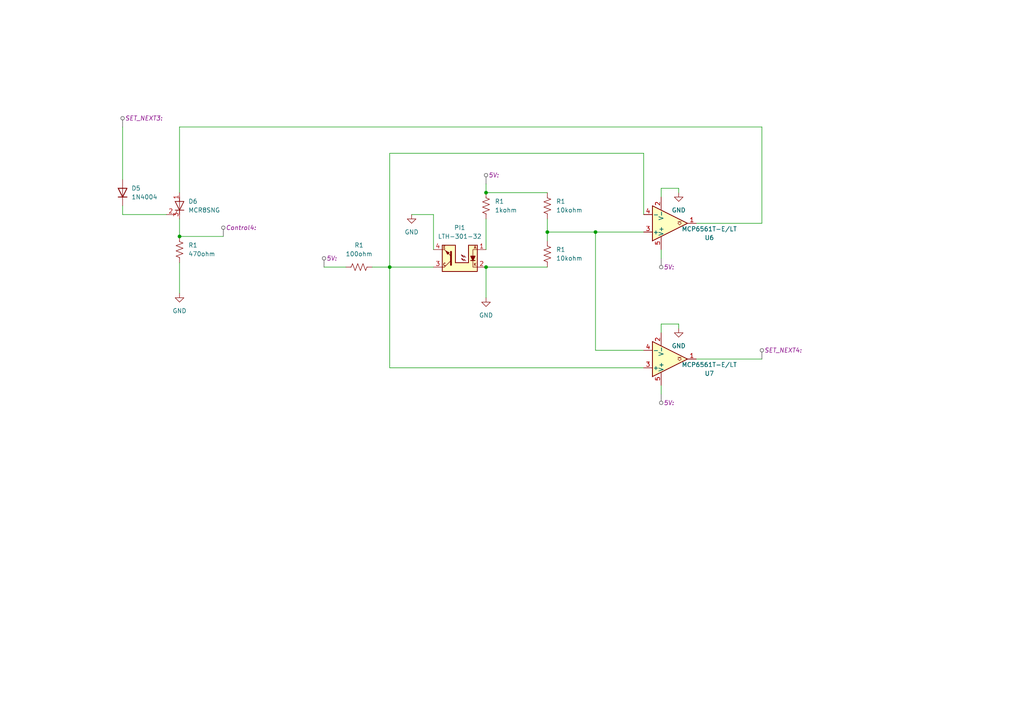
<source format=kicad_sch>
(kicad_sch (version 20230121) (generator eeschema)

  (uuid 7d88c2c0-3e34-400a-a5db-4c5a43ff70dc)

  (paper "A4")

  (title_block
    (title "PCB:C4")
    (date "2023-12-01")
  )

  (lib_symbols
    (symbol "Comparator:MCP6566" (pin_names (offset 0.127)) (in_bom yes) (on_board yes)
      (property "Reference" "U" (at 0 5.08 0)
        (effects (font (size 1.27 1.27)) (justify left))
      )
      (property "Value" "MCP6566" (at 0 -5.08 0)
        (effects (font (size 1.27 1.27)) (justify left))
      )
      (property "Footprint" "" (at 0 -10.16 0)
        (effects (font (size 1.27 1.27)) hide)
      )
      (property "Datasheet" "http://ww1.microchip.com/downloads/en/DeviceDoc/MCP6566-6R-6U-7-9-1.8V-Low-Power-Open-Drain-Output-Comparator-DS20002143G.pdf" (at 0 0 0)
        (effects (font (size 1.27 1.27)) hide)
      )
      (property "ki_keywords" "cmp collector" (at 0 0 0)
        (effects (font (size 1.27 1.27)) hide)
      )
      (property "ki_description" "Single 1.8V Low-Power Open-Drain Output Comparator, SOT-23-5/SC-70" (at 0 0 0)
        (effects (font (size 1.27 1.27)) hide)
      )
      (property "ki_fp_filters" "SOT?23* *SC*70*" (at 0 0 0)
        (effects (font (size 1.27 1.27)) hide)
      )
      (symbol "MCP6566_0_1"
        (polyline
          (pts
            (xy -5.08 5.08)
            (xy 5.08 0)
            (xy -5.08 -5.08)
            (xy -5.08 5.08)
          )
          (stroke (width 0.254) (type default))
          (fill (type background))
        )
        (polyline
          (pts
            (xy 3.302 -0.508)
            (xy 2.794 -0.508)
            (xy 3.302 0)
            (xy 2.794 0.508)
            (xy 2.286 0)
            (xy 2.794 -0.508)
            (xy 2.286 -0.508)
          )
          (stroke (width 0.127) (type default))
          (fill (type none))
        )
        (pin power_in line (at -2.54 -7.62 90) (length 3.81)
          (name "V-" (effects (font (size 1.27 1.27))))
          (number "2" (effects (font (size 1.27 1.27))))
        )
        (pin power_in line (at -2.54 7.62 270) (length 3.81)
          (name "V+" (effects (font (size 1.27 1.27))))
          (number "5" (effects (font (size 1.27 1.27))))
        )
      )
      (symbol "MCP6566_1_1"
        (pin open_collector line (at 7.62 0 180) (length 2.54)
          (name "~" (effects (font (size 1.27 1.27))))
          (number "1" (effects (font (size 1.27 1.27))))
        )
        (pin input line (at -7.62 2.54 0) (length 2.54)
          (name "+" (effects (font (size 1.27 1.27))))
          (number "3" (effects (font (size 1.27 1.27))))
        )
        (pin input line (at -7.62 -2.54 0) (length 2.54)
          (name "-" (effects (font (size 1.27 1.27))))
          (number "4" (effects (font (size 1.27 1.27))))
        )
      )
    )
    (symbol "Device:Q_SCR_AGK" (pin_names (offset 0) hide) (in_bom yes) (on_board yes)
      (property "Reference" "D" (at 1.905 0.635 0)
        (effects (font (size 1.27 1.27)) (justify left))
      )
      (property "Value" "Q_SCR_AGK" (at 1.905 -1.27 0)
        (effects (font (size 1.27 1.27)) (justify left))
      )
      (property "Footprint" "" (at 0 0 90)
        (effects (font (size 1.27 1.27)) hide)
      )
      (property "Datasheet" "~" (at 0 0 90)
        (effects (font (size 1.27 1.27)) hide)
      )
      (property "ki_keywords" "SCR thyristor" (at 0 0 0)
        (effects (font (size 1.27 1.27)) hide)
      )
      (property "ki_description" "Silicon controlled rectifier, anode/gate/cathode" (at 0 0 0)
        (effects (font (size 1.27 1.27)) hide)
      )
      (symbol "Q_SCR_AGK_0_1"
        (polyline
          (pts
            (xy -1.27 -2.54)
            (xy -0.635 -1.27)
          )
          (stroke (width 0) (type default))
          (fill (type none))
        )
        (polyline
          (pts
            (xy -1.27 -1.27)
            (xy 1.27 -1.27)
          )
          (stroke (width 0.2032) (type default))
          (fill (type none))
        )
        (polyline
          (pts
            (xy 0 -2.54)
            (xy 0 2.54)
          )
          (stroke (width 0) (type default))
          (fill (type none))
        )
        (polyline
          (pts
            (xy -1.27 1.27)
            (xy 1.27 1.27)
            (xy 0 -1.27)
            (xy -1.27 1.27)
          )
          (stroke (width 0.2032) (type default))
          (fill (type none))
        )
      )
      (symbol "Q_SCR_AGK_1_1"
        (pin passive line (at 0 3.81 270) (length 2.54)
          (name "A" (effects (font (size 1.27 1.27))))
          (number "1" (effects (font (size 1.27 1.27))))
        )
        (pin input line (at -3.81 -2.54 0) (length 2.54)
          (name "G" (effects (font (size 1.27 1.27))))
          (number "2" (effects (font (size 1.27 1.27))))
        )
        (pin passive line (at 0 -3.81 90) (length 2.54)
          (name "K" (effects (font (size 1.27 1.27))))
          (number "3" (effects (font (size 1.27 1.27))))
        )
      )
    )
    (symbol "Device:R_US" (pin_numbers hide) (pin_names (offset 0)) (in_bom yes) (on_board yes)
      (property "Reference" "R" (at 2.54 0 90)
        (effects (font (size 1.27 1.27)))
      )
      (property "Value" "R_US" (at -2.54 0 90)
        (effects (font (size 1.27 1.27)))
      )
      (property "Footprint" "" (at 1.016 -0.254 90)
        (effects (font (size 1.27 1.27)) hide)
      )
      (property "Datasheet" "~" (at 0 0 0)
        (effects (font (size 1.27 1.27)) hide)
      )
      (property "ki_keywords" "R res resistor" (at 0 0 0)
        (effects (font (size 1.27 1.27)) hide)
      )
      (property "ki_description" "Resistor, US symbol" (at 0 0 0)
        (effects (font (size 1.27 1.27)) hide)
      )
      (property "ki_fp_filters" "R_*" (at 0 0 0)
        (effects (font (size 1.27 1.27)) hide)
      )
      (symbol "R_US_0_1"
        (polyline
          (pts
            (xy 0 -2.286)
            (xy 0 -2.54)
          )
          (stroke (width 0) (type default))
          (fill (type none))
        )
        (polyline
          (pts
            (xy 0 2.286)
            (xy 0 2.54)
          )
          (stroke (width 0) (type default))
          (fill (type none))
        )
        (polyline
          (pts
            (xy 0 -0.762)
            (xy 1.016 -1.143)
            (xy 0 -1.524)
            (xy -1.016 -1.905)
            (xy 0 -2.286)
          )
          (stroke (width 0) (type default))
          (fill (type none))
        )
        (polyline
          (pts
            (xy 0 0.762)
            (xy 1.016 0.381)
            (xy 0 0)
            (xy -1.016 -0.381)
            (xy 0 -0.762)
          )
          (stroke (width 0) (type default))
          (fill (type none))
        )
        (polyline
          (pts
            (xy 0 2.286)
            (xy 1.016 1.905)
            (xy 0 1.524)
            (xy -1.016 1.143)
            (xy 0 0.762)
          )
          (stroke (width 0) (type default))
          (fill (type none))
        )
      )
      (symbol "R_US_1_1"
        (pin passive line (at 0 3.81 270) (length 1.27)
          (name "~" (effects (font (size 1.27 1.27))))
          (number "1" (effects (font (size 1.27 1.27))))
        )
        (pin passive line (at 0 -3.81 90) (length 1.27)
          (name "~" (effects (font (size 1.27 1.27))))
          (number "2" (effects (font (size 1.27 1.27))))
        )
      )
    )
    (symbol "Diode:1N914" (pin_numbers hide) (pin_names hide) (in_bom yes) (on_board yes)
      (property "Reference" "D" (at 0 2.54 0)
        (effects (font (size 1.27 1.27)))
      )
      (property "Value" "1N914" (at 0 -2.54 0)
        (effects (font (size 1.27 1.27)))
      )
      (property "Footprint" "Diode_THT:D_DO-35_SOD27_P7.62mm_Horizontal" (at 0 -4.445 0)
        (effects (font (size 1.27 1.27)) hide)
      )
      (property "Datasheet" "http://www.vishay.com/docs/85622/1n914.pdf" (at 0 0 0)
        (effects (font (size 1.27 1.27)) hide)
      )
      (property "Sim.Device" "D" (at 0 0 0)
        (effects (font (size 1.27 1.27)) hide)
      )
      (property "Sim.Pins" "1=K 2=A" (at 0 0 0)
        (effects (font (size 1.27 1.27)) hide)
      )
      (property "ki_keywords" "diode" (at 0 0 0)
        (effects (font (size 1.27 1.27)) hide)
      )
      (property "ki_description" "100V 0.3A Small Signal Fast Switching Diode, DO-35" (at 0 0 0)
        (effects (font (size 1.27 1.27)) hide)
      )
      (property "ki_fp_filters" "D*DO?35*" (at 0 0 0)
        (effects (font (size 1.27 1.27)) hide)
      )
      (symbol "1N914_0_1"
        (polyline
          (pts
            (xy -1.27 1.27)
            (xy -1.27 -1.27)
          )
          (stroke (width 0.254) (type default))
          (fill (type none))
        )
        (polyline
          (pts
            (xy 1.27 0)
            (xy -1.27 0)
          )
          (stroke (width 0) (type default))
          (fill (type none))
        )
        (polyline
          (pts
            (xy 1.27 1.27)
            (xy 1.27 -1.27)
            (xy -1.27 0)
            (xy 1.27 1.27)
          )
          (stroke (width 0.254) (type default))
          (fill (type none))
        )
      )
      (symbol "1N914_1_1"
        (pin passive line (at -3.81 0 0) (length 2.54)
          (name "K" (effects (font (size 1.27 1.27))))
          (number "1" (effects (font (size 1.27 1.27))))
        )
        (pin passive line (at 3.81 0 180) (length 2.54)
          (name "A" (effects (font (size 1.27 1.27))))
          (number "2" (effects (font (size 1.27 1.27))))
        )
      )
    )
    (symbol "Sensor_Proximity:ITR9608-F" (in_bom yes) (on_board yes)
      (property "Reference" "U" (at -5.08 5.08 0)
        (effects (font (size 1.27 1.27)) (justify left))
      )
      (property "Value" "ITR9608-F" (at 0 -5.08 0)
        (effects (font (size 1.27 1.27)))
      )
      (property "Footprint" "OptoDevice:Everlight_ITR9608-F" (at 0 -6.35 0)
        (effects (font (size 1.27 1.27) italic) hide)
      )
      (property "Datasheet" "https://everlighteurope.com/index.php?controller=attachment&id_attachment=5389" (at -1.27 6.35 0)
        (effects (font (size 1.27 1.27)) hide)
      )
      (property "ki_keywords" "Photointerrupter opto interrupter infrared LED fast response time infrared 940nm 5mm gap" (at 0 0 0)
        (effects (font (size 1.27 1.27)) hide)
      )
      (property "ki_description" "Photointerrupter infrared LED with photo IC, -25 to +85 degree Celsius" (at 0 0 0)
        (effects (font (size 1.27 1.27)) hide)
      )
      (property "ki_fp_filters" "*ITR9608*" (at 0 0 0)
        (effects (font (size 1.27 1.27)) hide)
      )
      (symbol "ITR9608-F_0_0"
        (text "A" (at -4.445 3.175 0)
          (effects (font (size 0.762 0.762)))
        )
        (text "C" (at 4.445 -1.778 0)
          (effects (font (size 0.762 0.762)))
        )
        (text "E" (at 4.445 3.175 0)
          (effects (font (size 0.762 0.762)))
        )
        (text "K" (at -4.445 -1.778 0)
          (effects (font (size 0.762 0.762)))
        )
      )
      (symbol "ITR9608-F_0_1"
        (polyline
          (pts
            (xy -4.445 -0.635)
            (xy -3.175 -0.635)
          )
          (stroke (width 0.254) (type default))
          (fill (type none))
        )
        (polyline
          (pts
            (xy 2.54 -0.635)
            (xy 4.445 -2.54)
          )
          (stroke (width 0) (type default))
          (fill (type none))
        )
        (polyline
          (pts
            (xy 4.445 -2.54)
            (xy 5.08 -2.54)
          )
          (stroke (width 0) (type default))
          (fill (type none))
        )
        (polyline
          (pts
            (xy 4.445 2.54)
            (xy 2.54 0.635)
          )
          (stroke (width 0) (type default))
          (fill (type outline))
        )
        (polyline
          (pts
            (xy 4.445 2.54)
            (xy 5.08 2.54)
          )
          (stroke (width 0) (type default))
          (fill (type none))
        )
        (polyline
          (pts
            (xy -5.08 -2.54)
            (xy -3.81 -2.54)
            (xy -3.81 -0.635)
          )
          (stroke (width 0) (type default))
          (fill (type none))
        )
        (polyline
          (pts
            (xy -5.08 2.54)
            (xy -3.81 2.54)
            (xy -3.81 0.635)
          )
          (stroke (width 0) (type default))
          (fill (type none))
        )
        (polyline
          (pts
            (xy 2.54 -1.905)
            (xy 2.54 1.905)
            (xy 2.54 1.905)
          )
          (stroke (width 0.508) (type default))
          (fill (type none))
        )
        (polyline
          (pts
            (xy -3.81 -0.635)
            (xy -4.445 0.635)
            (xy -3.175 0.635)
            (xy -3.81 -0.635)
          )
          (stroke (width 0.254) (type default))
          (fill (type outline))
        )
        (polyline
          (pts
            (xy -1.778 0.254)
            (xy -1.2446 0.762)
            (xy -1.2446 0.254)
            (xy -0.4826 1.016)
          )
          (stroke (width 0) (type default))
          (fill (type none))
        )
        (polyline
          (pts
            (xy -0.4826 1.016)
            (xy -0.9906 0.762)
            (xy -0.7366 0.508)
            (xy -0.4826 1.016)
          )
          (stroke (width 0) (type default))
          (fill (type none))
        )
        (polyline
          (pts
            (xy 3.048 1.651)
            (xy 3.556 1.143)
            (xy 4.064 2.159)
            (xy 3.048 1.651)
            (xy 3.048 1.651)
          )
          (stroke (width 0) (type default))
          (fill (type outline))
        )
        (polyline
          (pts
            (xy -1.778 -0.762)
            (xy -1.2446 -0.254)
            (xy -1.2446 -0.762)
            (xy -0.4826 0)
            (xy -0.9906 -0.254)
            (xy -0.7366 -0.508)
            (xy -0.4826 0)
          )
          (stroke (width 0) (type default))
          (fill (type none))
        )
        (polyline
          (pts
            (xy -5.08 3.81)
            (xy -5.08 -3.81)
            (xy 5.08 -3.81)
            (xy 5.08 3.81)
            (xy 1.27 3.81)
            (xy 1.27 -1.27)
            (xy -2.54 -1.27)
            (xy -2.54 3.81)
            (xy -5.08 3.81)
          )
          (stroke (width 0.254) (type default))
          (fill (type background))
        )
      )
      (symbol "ITR9608-F_1_1"
        (pin passive line (at -7.62 2.54 0) (length 2.54)
          (name "~" (effects (font (size 1.27 1.27))))
          (number "1" (effects (font (size 1.27 1.27))))
        )
        (pin passive line (at -7.62 -2.54 0) (length 2.54)
          (name "~" (effects (font (size 1.27 1.27))))
          (number "2" (effects (font (size 1.27 1.27))))
        )
        (pin open_collector line (at 7.62 -2.54 180) (length 2.54)
          (name "~" (effects (font (size 1.27 1.27))))
          (number "3" (effects (font (size 1.27 1.27))))
        )
        (pin open_emitter line (at 7.62 2.54 180) (length 2.54)
          (name "~" (effects (font (size 1.27 1.27))))
          (number "4" (effects (font (size 1.27 1.27))))
        )
      )
    )
    (symbol "power:GND" (power) (pin_names (offset 0)) (in_bom yes) (on_board yes)
      (property "Reference" "#PWR" (at 0 -6.35 0)
        (effects (font (size 1.27 1.27)) hide)
      )
      (property "Value" "GND" (at 0 -3.81 0)
        (effects (font (size 1.27 1.27)))
      )
      (property "Footprint" "" (at 0 0 0)
        (effects (font (size 1.27 1.27)) hide)
      )
      (property "Datasheet" "" (at 0 0 0)
        (effects (font (size 1.27 1.27)) hide)
      )
      (property "ki_keywords" "global power" (at 0 0 0)
        (effects (font (size 1.27 1.27)) hide)
      )
      (property "ki_description" "Power symbol creates a global label with name \"GND\" , ground" (at 0 0 0)
        (effects (font (size 1.27 1.27)) hide)
      )
      (symbol "GND_0_1"
        (polyline
          (pts
            (xy 0 0)
            (xy 0 -1.27)
            (xy 1.27 -1.27)
            (xy 0 -2.54)
            (xy -1.27 -1.27)
            (xy 0 -1.27)
          )
          (stroke (width 0) (type default))
          (fill (type none))
        )
      )
      (symbol "GND_1_1"
        (pin power_in line (at 0 0 270) (length 0) hide
          (name "GND" (effects (font (size 1.27 1.27))))
          (number "1" (effects (font (size 1.27 1.27))))
        )
      )
    )
  )

  (junction (at 172.72 67.31) (diameter 0) (color 0 0 0 0)
    (uuid 0722af57-b2b6-4416-b151-6c5bbbe0c79f)
  )
  (junction (at 140.97 55.88) (diameter 0) (color 0 0 0 0)
    (uuid 0dbaea39-d012-412a-97f1-8fa1ba6d2723)
  )
  (junction (at 52.07 68.58) (diameter 0) (color 0 0 0 0)
    (uuid 81f1f270-b03e-4b9e-bdc2-9590d4f7d145)
  )
  (junction (at 158.75 67.31) (diameter 0) (color 0 0 0 0)
    (uuid a4b8fd2c-d4af-4f4a-9f20-9e8ed12be6be)
  )
  (junction (at 113.03 77.47) (diameter 0) (color 0 0 0 0)
    (uuid c7e0bd8b-f3b1-442b-8579-df8a58de3532)
  )
  (junction (at 140.97 77.47) (diameter 0) (color 0 0 0 0)
    (uuid da99e6b2-4ecb-478b-a6b1-e03f7f9bdcb0)
  )

  (wire (pts (xy 113.03 44.45) (xy 113.03 77.47))
    (stroke (width 0) (type default))
    (uuid 09e3d4aa-f1eb-48b2-89f7-3e9e7c1b3b5d)
  )
  (wire (pts (xy 191.77 93.98) (xy 191.77 96.52))
    (stroke (width 0) (type default))
    (uuid 0e1b9b56-ee90-4a9e-b552-ec51df1b2c45)
  )
  (wire (pts (xy 201.93 64.77) (xy 220.98 64.77))
    (stroke (width 0) (type default))
    (uuid 112060a3-3463-4438-9bef-d6ce547a8b02)
  )
  (wire (pts (xy 172.72 67.31) (xy 158.75 67.31))
    (stroke (width 0) (type default))
    (uuid 119c64cf-bec8-4f6e-b472-1ce3af15c252)
  )
  (wire (pts (xy 186.69 44.45) (xy 113.03 44.45))
    (stroke (width 0) (type default))
    (uuid 1ce430be-c6ce-4f97-98e7-c980d20c230a)
  )
  (wire (pts (xy 220.98 36.83) (xy 52.07 36.83))
    (stroke (width 0) (type default))
    (uuid 2618d614-fd54-4d75-a3ba-c9901ef18e22)
  )
  (wire (pts (xy 201.93 104.14) (xy 220.98 104.14))
    (stroke (width 0) (type default))
    (uuid 2c81ffc9-d33c-444b-a067-4196db31fb60)
  )
  (wire (pts (xy 140.97 77.47) (xy 140.97 86.36))
    (stroke (width 0) (type default))
    (uuid 2f6b8fdf-cadc-43ee-8743-66f326a29f43)
  )
  (wire (pts (xy 64.77 68.58) (xy 52.07 68.58))
    (stroke (width 0) (type default))
    (uuid 307b6187-2dfa-4c8e-9ae2-407d0e9729cd)
  )
  (wire (pts (xy 196.85 95.25) (xy 196.85 93.98))
    (stroke (width 0) (type default))
    (uuid 30b825ab-ee83-43dc-aaab-b10fc8503663)
  )
  (wire (pts (xy 107.95 77.47) (xy 113.03 77.47))
    (stroke (width 0) (type default))
    (uuid 36240fbe-246a-456e-9edf-2d72d15bdd97)
  )
  (wire (pts (xy 113.03 77.47) (xy 113.03 106.68))
    (stroke (width 0) (type default))
    (uuid 423ee478-01d7-4861-8ccf-c625e542e46a)
  )
  (wire (pts (xy 186.69 106.68) (xy 113.03 106.68))
    (stroke (width 0) (type default))
    (uuid 4f93e8d7-0e8b-4012-bc8e-8612a4c9a621)
  )
  (wire (pts (xy 140.97 53.34) (xy 140.97 55.88))
    (stroke (width 0) (type default))
    (uuid 500a3881-8184-4d9f-b18e-7d52c2d1a316)
  )
  (wire (pts (xy 191.77 74.93) (xy 191.77 72.39))
    (stroke (width 0) (type default))
    (uuid 5edb9b15-fc29-42f2-afa7-1d9c864f9b97)
  )
  (wire (pts (xy 93.98 77.47) (xy 100.33 77.47))
    (stroke (width 0) (type default))
    (uuid 6a65876c-0602-4ee9-9053-f5e45379fb9b)
  )
  (wire (pts (xy 140.97 55.88) (xy 158.75 55.88))
    (stroke (width 0) (type default))
    (uuid 6e8fbb8e-c518-44b9-a802-20b573b4f589)
  )
  (wire (pts (xy 191.77 114.3) (xy 191.77 111.76))
    (stroke (width 0) (type default))
    (uuid 6f3a999e-3d45-49f9-b601-fd7d13a40919)
  )
  (wire (pts (xy 52.07 76.2) (xy 52.07 85.09))
    (stroke (width 0) (type default))
    (uuid 826f5204-b3e7-4d83-871d-cf29358c1d15)
  )
  (wire (pts (xy 172.72 67.31) (xy 172.72 101.6))
    (stroke (width 0) (type default))
    (uuid 8d784e32-c9e4-46a6-a07e-541ad7340ed8)
  )
  (wire (pts (xy 191.77 54.61) (xy 191.77 57.15))
    (stroke (width 0) (type default))
    (uuid 923ddb72-8f9a-46ea-ac1a-e7c8e10f8147)
  )
  (wire (pts (xy 172.72 101.6) (xy 186.69 101.6))
    (stroke (width 0) (type default))
    (uuid 93164e81-162c-4a54-b17b-708a4af240e2)
  )
  (wire (pts (xy 140.97 63.5) (xy 140.97 72.39))
    (stroke (width 0) (type default))
    (uuid 9931557a-1b31-4499-b7db-3d0bce95ff3a)
  )
  (wire (pts (xy 186.69 62.23) (xy 186.69 44.45))
    (stroke (width 0) (type default))
    (uuid a2c497b3-98c2-4077-8fa3-89541b024a84)
  )
  (wire (pts (xy 220.98 64.77) (xy 220.98 36.83))
    (stroke (width 0) (type default))
    (uuid aa74a305-29de-4f9d-a10e-4c56ea916949)
  )
  (wire (pts (xy 125.73 72.39) (xy 125.73 62.23))
    (stroke (width 0) (type default))
    (uuid b04987a4-89b7-46b2-9fe2-ac91c866aaff)
  )
  (wire (pts (xy 35.56 52.07) (xy 35.56 36.83))
    (stroke (width 0) (type default))
    (uuid b16ad978-4e0f-4dac-bb87-407d559c5c09)
  )
  (wire (pts (xy 48.26 62.23) (xy 35.56 62.23))
    (stroke (width 0) (type default))
    (uuid b7bc03d5-6215-4606-b3d9-7c21bb336f51)
  )
  (wire (pts (xy 52.07 63.5) (xy 52.07 68.58))
    (stroke (width 0) (type default))
    (uuid be180094-d0cb-4625-bbd9-48530f257546)
  )
  (wire (pts (xy 196.85 55.88) (xy 196.85 54.61))
    (stroke (width 0) (type default))
    (uuid c5c4d27e-9ea2-4b56-8f3a-d93f091c9d53)
  )
  (wire (pts (xy 158.75 63.5) (xy 158.75 67.31))
    (stroke (width 0) (type default))
    (uuid c7778f40-9ad7-45f5-b7af-fbb97749b41e)
  )
  (wire (pts (xy 35.56 59.69) (xy 35.56 62.23))
    (stroke (width 0) (type default))
    (uuid cccca803-c1eb-4fdf-b286-042177210285)
  )
  (wire (pts (xy 196.85 93.98) (xy 191.77 93.98))
    (stroke (width 0) (type default))
    (uuid d0190511-0d3f-4b68-90eb-0852247b7c5c)
  )
  (wire (pts (xy 125.73 62.23) (xy 119.38 62.23))
    (stroke (width 0) (type default))
    (uuid d40e6631-0345-4a7e-9cfe-6bbca6b90b13)
  )
  (wire (pts (xy 186.69 67.31) (xy 172.72 67.31))
    (stroke (width 0) (type default))
    (uuid ddf35e57-01e9-4f23-92c1-4b9329e40a24)
  )
  (wire (pts (xy 158.75 77.47) (xy 140.97 77.47))
    (stroke (width 0) (type default))
    (uuid e664f73e-3bb9-4c79-90e9-b42f2e463bce)
  )
  (wire (pts (xy 113.03 77.47) (xy 125.73 77.47))
    (stroke (width 0) (type default))
    (uuid f66f018f-19f9-46c4-a724-41c6828ea912)
  )
  (wire (pts (xy 52.07 36.83) (xy 52.07 55.88))
    (stroke (width 0) (type default))
    (uuid faeb31bd-8909-46bb-a598-d54c07ba4556)
  )
  (wire (pts (xy 158.75 67.31) (xy 158.75 69.85))
    (stroke (width 0) (type default))
    (uuid fb249053-789c-42ec-b45e-2f0dd6428feb)
  )
  (wire (pts (xy 196.85 54.61) (xy 191.77 54.61))
    (stroke (width 0) (type default))
    (uuid ff3b0fb8-8033-4706-a893-950ab4e1aa2c)
  )

  (netclass_flag "" (length 2.54) (shape round) (at 64.77 68.58 0) (fields_autoplaced)
    (effects (font (size 1.27 1.27)) (justify left bottom))
    (uuid 2e72e5bd-f144-4650-bcc4-73008736121b)
    (property "Control4" "" (at 65.4685 66.04 0) (show_name)
      (effects (font (size 1.27 1.27) italic) (justify left))
    )
  )
  (netclass_flag "" (length 2.54) (shape round) (at 191.77 74.93 180) (fields_autoplaced)
    (effects (font (size 1.27 1.27)) (justify right bottom))
    (uuid 317eca02-bfd8-4721-8f51-cc2356b7beec)
    (property "5V" "" (at 192.4685 77.47 0) (show_name)
      (effects (font (size 1.27 1.27) italic) (justify left))
    )
  )
  (netclass_flag "" (length 2.54) (shape round) (at 191.77 114.3 180) (fields_autoplaced)
    (effects (font (size 1.27 1.27)) (justify right bottom))
    (uuid 3b4e92d5-1234-442d-93bf-e4dd69f31841)
    (property "5V" "" (at 192.4685 116.84 0) (show_name)
      (effects (font (size 1.27 1.27) italic) (justify left))
    )
  )
  (netclass_flag "" (length 2.54) (shape round) (at 93.98 77.47 0) (fields_autoplaced)
    (effects (font (size 1.27 1.27)) (justify left bottom))
    (uuid 482bf412-de54-4656-bb79-3c9b11b9341d)
    (property "5V" "" (at 94.6785 74.93 0) (show_name)
      (effects (font (size 1.27 1.27) italic) (justify left))
    )
  )
  (netclass_flag "" (length 2.54) (shape round) (at 220.98 104.14 0) (fields_autoplaced)
    (effects (font (size 1.27 1.27)) (justify left bottom))
    (uuid 6e5f2b4e-74e2-4546-ad72-8397bc36b4f2)
    (property "SET_NEXT4" "" (at 221.6785 101.6 0) (show_name)
      (effects (font (size 1.27 1.27) italic) (justify left))
    )
  )
  (netclass_flag "" (length 2.54) (shape round) (at 140.97 53.34 0) (fields_autoplaced)
    (effects (font (size 1.27 1.27)) (justify left bottom))
    (uuid e829894f-dc1f-4d63-b16f-371936e25d0a)
    (property "5V" "" (at 141.6685 50.8 0) (show_name)
      (effects (font (size 1.27 1.27) italic) (justify left))
    )
  )
  (netclass_flag "" (length 2.54) (shape round) (at 35.56 36.83 0) (fields_autoplaced)
    (effects (font (size 1.27 1.27)) (justify left bottom))
    (uuid ecac4cf5-3d98-4f2c-997e-07a22fa9ed7d)
    (property "SET_NEXT3" "" (at 36.2585 34.29 0) (show_name)
      (effects (font (size 1.27 1.27) italic) (justify left))
    )
  )

  (symbol (lib_id "Device:R_US") (at 104.14 77.47 90) (unit 1)
    (in_bom yes) (on_board yes) (dnp no) (fields_autoplaced)
    (uuid 01311155-1caa-49be-a001-7c1ca8204653)
    (property "Reference" "R1" (at 104.14 71.12 90)
      (effects (font (size 1.27 1.27)))
    )
    (property "Value" "100ohm" (at 104.14 73.66 90)
      (effects (font (size 1.27 1.27)))
    )
    (property "Footprint" "" (at 104.394 76.454 90)
      (effects (font (size 1.27 1.27)) hide)
    )
    (property "Datasheet" "~" (at 104.14 77.47 0)
      (effects (font (size 1.27 1.27)) hide)
    )
    (pin "2" (uuid 24b01638-0afa-437c-97a0-352995967740))
    (pin "1" (uuid b4f71cba-b647-4b37-9a0e-bd1451e60f99))
    (instances
      (project "Schem1"
        (path "/911b5eb8-7b6c-425b-b090-765c473021df"
          (reference "R1") (unit 1)
        )
        (path "/911b5eb8-7b6c-425b-b090-765c473021df/89303584-90b3-4284-9cfe-6f4b21b3b21a"
          (reference "R10") (unit 1)
        )
        (path "/911b5eb8-7b6c-425b-b090-765c473021df/b373f443-bd5b-4968-bed5-084cb3ea84d6"
          (reference "R13") (unit 1)
        )
        (path "/911b5eb8-7b6c-425b-b090-765c473021df/e431f874-6935-46ad-a10a-9f993e30c3c5"
          (reference "R18") (unit 1)
        )
        (path "/911b5eb8-7b6c-425b-b090-765c473021df/9acc385a-d3a5-4fae-b0ed-cb442c2ec79b"
          (reference "R23") (unit 1)
        )
      )
    )
  )

  (symbol (lib_id "Comparator:MCP6566") (at 194.31 104.14 0) (mirror x) (unit 1)
    (in_bom yes) (on_board yes) (dnp no) (fields_autoplaced)
    (uuid 061afd84-3b25-4b6d-8e99-bfce2896d1f0)
    (property "Reference" "U7" (at 205.74 108.3309 0)
      (effects (font (size 1.27 1.27)))
    )
    (property "Value" "MCP6561T-E/LT" (at 205.74 105.7909 0)
      (effects (font (size 1.27 1.27)))
    )
    (property "Footprint" "" (at 194.31 93.98 0)
      (effects (font (size 1.27 1.27)) hide)
    )
    (property "Datasheet" "https://ww1.microchip.com/downloads/en/DeviceDoc/MCP6561-1R-1U-2-4-1.8V-Low-Power-Push-Pull-Output-Comparator-DS20002139E.pdf" (at 194.31 104.14 0)
      (effects (font (size 1.27 1.27)) hide)
    )
    (pin "5" (uuid b73e2a8d-8315-4579-871d-9e2aa5ede896))
    (pin "4" (uuid 489aeb6a-28e4-4772-a051-643956de7ac4))
    (pin "1" (uuid 21f4dea7-3a31-4137-81ab-825f6793b765))
    (pin "2" (uuid 2dafb42b-2acd-4bbe-b5b0-9fa52acaf36b))
    (pin "3" (uuid 1b56b48d-d30d-44ea-bc91-fb12ccaa0dc0))
    (instances
      (project "Schem1"
        (path "/911b5eb8-7b6c-425b-b090-765c473021df/89303584-90b3-4284-9cfe-6f4b21b3b21a"
          (reference "U7") (unit 1)
        )
        (path "/911b5eb8-7b6c-425b-b090-765c473021df/b373f443-bd5b-4968-bed5-084cb3ea84d6"
          (reference "U9") (unit 1)
        )
        (path "/911b5eb8-7b6c-425b-b090-765c473021df/e431f874-6935-46ad-a10a-9f993e30c3c5"
          (reference "U11") (unit 1)
        )
        (path "/911b5eb8-7b6c-425b-b090-765c473021df/9acc385a-d3a5-4fae-b0ed-cb442c2ec79b"
          (reference "U13") (unit 1)
        )
      )
    )
  )

  (symbol (lib_id "power:GND") (at 119.38 62.23 0) (unit 1)
    (in_bom yes) (on_board yes) (dnp no) (fields_autoplaced)
    (uuid 09d9e75d-c059-4a13-b67c-6b73be65982e)
    (property "Reference" "#PWR013" (at 119.38 68.58 0)
      (effects (font (size 1.27 1.27)) hide)
    )
    (property "Value" "GND" (at 119.38 67.31 0)
      (effects (font (size 1.27 1.27)))
    )
    (property "Footprint" "" (at 119.38 62.23 0)
      (effects (font (size 1.27 1.27)) hide)
    )
    (property "Datasheet" "" (at 119.38 62.23 0)
      (effects (font (size 1.27 1.27)) hide)
    )
    (pin "1" (uuid 86996851-33db-4a16-830e-2e6a20f3743a))
    (instances
      (project "Schem1"
        (path "/911b5eb8-7b6c-425b-b090-765c473021df/89303584-90b3-4284-9cfe-6f4b21b3b21a"
          (reference "#PWR013") (unit 1)
        )
        (path "/911b5eb8-7b6c-425b-b090-765c473021df/b373f443-bd5b-4968-bed5-084cb3ea84d6"
          (reference "#PWR015") (unit 1)
        )
        (path "/911b5eb8-7b6c-425b-b090-765c473021df/e431f874-6935-46ad-a10a-9f993e30c3c5"
          (reference "#PWR020") (unit 1)
        )
        (path "/911b5eb8-7b6c-425b-b090-765c473021df/9acc385a-d3a5-4fae-b0ed-cb442c2ec79b"
          (reference "#PWR025") (unit 1)
        )
      )
    )
  )

  (symbol (lib_id "Device:R_US") (at 52.07 72.39 0) (unit 1)
    (in_bom yes) (on_board yes) (dnp no) (fields_autoplaced)
    (uuid 11c45c9d-fb21-4f02-ae61-dd1bfd0235ab)
    (property "Reference" "R1" (at 54.61 71.12 0)
      (effects (font (size 1.27 1.27)) (justify left))
    )
    (property "Value" "470ohm" (at 54.61 73.66 0)
      (effects (font (size 1.27 1.27)) (justify left))
    )
    (property "Footprint" "" (at 53.086 72.644 90)
      (effects (font (size 1.27 1.27)) hide)
    )
    (property "Datasheet" "~" (at 52.07 72.39 0)
      (effects (font (size 1.27 1.27)) hide)
    )
    (pin "2" (uuid d786ae7b-6289-413e-96f4-b9bd7fc43f62))
    (pin "1" (uuid 1f787cac-c7e9-4038-8439-b6f95ecf2020))
    (instances
      (project "Schem1"
        (path "/911b5eb8-7b6c-425b-b090-765c473021df"
          (reference "R1") (unit 1)
        )
        (path "/911b5eb8-7b6c-425b-b090-765c473021df/89303584-90b3-4284-9cfe-6f4b21b3b21a"
          (reference "R11") (unit 1)
        )
        (path "/911b5eb8-7b6c-425b-b090-765c473021df/b373f443-bd5b-4968-bed5-084cb3ea84d6"
          (reference "R12") (unit 1)
        )
        (path "/911b5eb8-7b6c-425b-b090-765c473021df/e431f874-6935-46ad-a10a-9f993e30c3c5"
          (reference "R17") (unit 1)
        )
        (path "/911b5eb8-7b6c-425b-b090-765c473021df/9acc385a-d3a5-4fae-b0ed-cb442c2ec79b"
          (reference "R22") (unit 1)
        )
      )
    )
  )

  (symbol (lib_id "Sensor_Proximity:ITR9608-F") (at 133.35 74.93 0) (mirror y) (unit 1)
    (in_bom yes) (on_board yes) (dnp no)
    (uuid 1f4c2937-fa59-49d7-ab38-bde3445a9398)
    (property "Reference" "PI1" (at 133.35 66.04 0)
      (effects (font (size 1.27 1.27)))
    )
    (property "Value" "LTH-301-32" (at 133.35 68.58 0)
      (effects (font (size 1.27 1.27)))
    )
    (property "Footprint" "" (at 133.35 81.28 0)
      (effects (font (size 1.27 1.27) italic) hide)
    )
    (property "Datasheet" "" (at 134.62 68.58 0)
      (effects (font (size 1.27 1.27)) hide)
    )
    (pin "2" (uuid 3217a859-c90d-4d5b-9f52-8e1b089157a9))
    (pin "3" (uuid 9b31d463-3730-42f0-acf3-7c4eca86408b))
    (pin "4" (uuid 50a28325-4aa5-4c6d-a616-66e970b37a97))
    (pin "1" (uuid 8c72f673-3066-4590-9cf9-0f61d53bc8cd))
    (instances
      (project "Schem1"
        (path "/911b5eb8-7b6c-425b-b090-765c473021df"
          (reference "PI1") (unit 1)
        )
        (path "/911b5eb8-7b6c-425b-b090-765c473021df/89303584-90b3-4284-9cfe-6f4b21b3b21a"
          (reference "PI1") (unit 1)
        )
        (path "/911b5eb8-7b6c-425b-b090-765c473021df/b373f443-bd5b-4968-bed5-084cb3ea84d6"
          (reference "PI2") (unit 1)
        )
        (path "/911b5eb8-7b6c-425b-b090-765c473021df/e431f874-6935-46ad-a10a-9f993e30c3c5"
          (reference "PI3") (unit 1)
        )
        (path "/911b5eb8-7b6c-425b-b090-765c473021df/9acc385a-d3a5-4fae-b0ed-cb442c2ec79b"
          (reference "PI4") (unit 1)
        )
      )
    )
  )

  (symbol (lib_id "power:GND") (at 196.85 95.25 0) (unit 1)
    (in_bom yes) (on_board yes) (dnp no)
    (uuid 294bf642-939b-4091-9f5c-d5f17fa8bee9)
    (property "Reference" "#PWR011" (at 196.85 101.6 0)
      (effects (font (size 1.27 1.27)) hide)
    )
    (property "Value" "GND" (at 196.85 100.33 0)
      (effects (font (size 1.27 1.27)))
    )
    (property "Footprint" "" (at 196.85 95.25 0)
      (effects (font (size 1.27 1.27)) hide)
    )
    (property "Datasheet" "" (at 196.85 95.25 0)
      (effects (font (size 1.27 1.27)) hide)
    )
    (pin "1" (uuid df7ff3a4-e041-49e8-82dd-008a894090f9))
    (instances
      (project "Schem1"
        (path "/911b5eb8-7b6c-425b-b090-765c473021df/89303584-90b3-4284-9cfe-6f4b21b3b21a"
          (reference "#PWR011") (unit 1)
        )
        (path "/911b5eb8-7b6c-425b-b090-765c473021df/b373f443-bd5b-4968-bed5-084cb3ea84d6"
          (reference "#PWR018") (unit 1)
        )
        (path "/911b5eb8-7b6c-425b-b090-765c473021df/e431f874-6935-46ad-a10a-9f993e30c3c5"
          (reference "#PWR023") (unit 1)
        )
        (path "/911b5eb8-7b6c-425b-b090-765c473021df/9acc385a-d3a5-4fae-b0ed-cb442c2ec79b"
          (reference "#PWR028") (unit 1)
        )
      )
    )
  )

  (symbol (lib_id "Device:Q_SCR_AGK") (at 52.07 59.69 0) (unit 1)
    (in_bom yes) (on_board yes) (dnp no) (fields_autoplaced)
    (uuid 3beaee09-62e3-4b51-91d5-d7028d2e2894)
    (property "Reference" "D6" (at 54.61 58.42 0)
      (effects (font (size 1.27 1.27)) (justify left))
    )
    (property "Value" "MCR8SNG" (at 54.61 60.96 0)
      (effects (font (size 1.27 1.27)) (justify left))
    )
    (property "Footprint" "" (at 52.07 59.69 90)
      (effects (font (size 1.27 1.27)) hide)
    )
    (property "Datasheet" "~" (at 52.07 59.69 90)
      (effects (font (size 1.27 1.27)) hide)
    )
    (pin "2" (uuid f21ac498-f4f1-4594-ab62-46465d2ae5d1))
    (pin "1" (uuid e62764e9-1c30-429b-bd4b-638ee6cfcc74))
    (pin "3" (uuid 408f45b5-26c3-4d17-8e9b-2a250dffba64))
    (instances
      (project "Schem1"
        (path "/911b5eb8-7b6c-425b-b090-765c473021df/89303584-90b3-4284-9cfe-6f4b21b3b21a"
          (reference "D6") (unit 1)
        )
        (path "/911b5eb8-7b6c-425b-b090-765c473021df/b373f443-bd5b-4968-bed5-084cb3ea84d6"
          (reference "D9") (unit 1)
        )
        (path "/911b5eb8-7b6c-425b-b090-765c473021df/e431f874-6935-46ad-a10a-9f993e30c3c5"
          (reference "D11") (unit 1)
        )
        (path "/911b5eb8-7b6c-425b-b090-765c473021df/9acc385a-d3a5-4fae-b0ed-cb442c2ec79b"
          (reference "D13") (unit 1)
        )
      )
    )
  )

  (symbol (lib_id "Device:R_US") (at 158.75 59.69 0) (unit 1)
    (in_bom yes) (on_board yes) (dnp no) (fields_autoplaced)
    (uuid 4209eadb-8e4f-4774-9d8c-0f527472003f)
    (property "Reference" "R1" (at 161.29 58.42 0)
      (effects (font (size 1.27 1.27)) (justify left))
    )
    (property "Value" "10kohm" (at 161.29 60.96 0)
      (effects (font (size 1.27 1.27)) (justify left))
    )
    (property "Footprint" "" (at 159.766 59.944 90)
      (effects (font (size 1.27 1.27)) hide)
    )
    (property "Datasheet" "~" (at 158.75 59.69 0)
      (effects (font (size 1.27 1.27)) hide)
    )
    (pin "2" (uuid f0b899cc-014b-408a-9570-36d6614ae49e))
    (pin "1" (uuid 1afa2e66-ce4d-49d8-ae48-079180a1924d))
    (instances
      (project "Schem1"
        (path "/911b5eb8-7b6c-425b-b090-765c473021df"
          (reference "R1") (unit 1)
        )
        (path "/911b5eb8-7b6c-425b-b090-765c473021df/89303584-90b3-4284-9cfe-6f4b21b3b21a"
          (reference "R8") (unit 1)
        )
        (path "/911b5eb8-7b6c-425b-b090-765c473021df/b373f443-bd5b-4968-bed5-084cb3ea84d6"
          (reference "R15") (unit 1)
        )
        (path "/911b5eb8-7b6c-425b-b090-765c473021df/e431f874-6935-46ad-a10a-9f993e30c3c5"
          (reference "R20") (unit 1)
        )
        (path "/911b5eb8-7b6c-425b-b090-765c473021df/9acc385a-d3a5-4fae-b0ed-cb442c2ec79b"
          (reference "R25") (unit 1)
        )
      )
    )
  )

  (symbol (lib_id "Device:R_US") (at 158.75 73.66 0) (unit 1)
    (in_bom yes) (on_board yes) (dnp no) (fields_autoplaced)
    (uuid 85b179dc-559f-468c-8c1f-0f5b86801e40)
    (property "Reference" "R1" (at 161.29 72.39 0)
      (effects (font (size 1.27 1.27)) (justify left))
    )
    (property "Value" "10kohm" (at 161.29 74.93 0)
      (effects (font (size 1.27 1.27)) (justify left))
    )
    (property "Footprint" "" (at 159.766 73.914 90)
      (effects (font (size 1.27 1.27)) hide)
    )
    (property "Datasheet" "~" (at 158.75 73.66 0)
      (effects (font (size 1.27 1.27)) hide)
    )
    (pin "2" (uuid b69c179a-3c95-4d65-9246-f1a93c675fa8))
    (pin "1" (uuid a5b4db18-8c78-4b3e-94d2-b1024172178b))
    (instances
      (project "Schem1"
        (path "/911b5eb8-7b6c-425b-b090-765c473021df"
          (reference "R1") (unit 1)
        )
        (path "/911b5eb8-7b6c-425b-b090-765c473021df/89303584-90b3-4284-9cfe-6f4b21b3b21a"
          (reference "R9") (unit 1)
        )
        (path "/911b5eb8-7b6c-425b-b090-765c473021df/b373f443-bd5b-4968-bed5-084cb3ea84d6"
          (reference "R16") (unit 1)
        )
        (path "/911b5eb8-7b6c-425b-b090-765c473021df/e431f874-6935-46ad-a10a-9f993e30c3c5"
          (reference "R21") (unit 1)
        )
        (path "/911b5eb8-7b6c-425b-b090-765c473021df/9acc385a-d3a5-4fae-b0ed-cb442c2ec79b"
          (reference "R26") (unit 1)
        )
      )
    )
  )

  (symbol (lib_id "Comparator:MCP6566") (at 194.31 64.77 0) (mirror x) (unit 1)
    (in_bom yes) (on_board yes) (dnp no) (fields_autoplaced)
    (uuid 9a0f9b53-2e30-4ec8-bb8f-35b5d027ad53)
    (property "Reference" "U6" (at 205.74 68.9609 0)
      (effects (font (size 1.27 1.27)))
    )
    (property "Value" "MCP6561T-E/LT" (at 205.74 66.4209 0)
      (effects (font (size 1.27 1.27)))
    )
    (property "Footprint" "" (at 194.31 54.61 0)
      (effects (font (size 1.27 1.27)) hide)
    )
    (property "Datasheet" "https://ww1.microchip.com/downloads/en/DeviceDoc/MCP6561-1R-1U-2-4-1.8V-Low-Power-Push-Pull-Output-Comparator-DS20002139E.pdf" (at 194.31 64.77 0)
      (effects (font (size 1.27 1.27)) hide)
    )
    (pin "5" (uuid 79e34d11-d95d-40b0-b3f0-dd52b07c449c))
    (pin "4" (uuid d948ca94-9a48-4a38-bc59-b9a14b620fad))
    (pin "1" (uuid 93d8a0ad-7882-43a0-b383-99742c66a95b))
    (pin "2" (uuid a67a1e14-9e08-4089-95cf-567bcb76820e))
    (pin "3" (uuid 20e15bc3-da12-4fa2-8d6e-2e0c602f34bb))
    (instances
      (project "Schem1"
        (path "/911b5eb8-7b6c-425b-b090-765c473021df/89303584-90b3-4284-9cfe-6f4b21b3b21a"
          (reference "U6") (unit 1)
        )
        (path "/911b5eb8-7b6c-425b-b090-765c473021df/b373f443-bd5b-4968-bed5-084cb3ea84d6"
          (reference "U8") (unit 1)
        )
        (path "/911b5eb8-7b6c-425b-b090-765c473021df/e431f874-6935-46ad-a10a-9f993e30c3c5"
          (reference "U10") (unit 1)
        )
        (path "/911b5eb8-7b6c-425b-b090-765c473021df/9acc385a-d3a5-4fae-b0ed-cb442c2ec79b"
          (reference "U12") (unit 1)
        )
      )
    )
  )

  (symbol (lib_id "Diode:1N914") (at 35.56 55.88 90) (unit 1)
    (in_bom yes) (on_board yes) (dnp no) (fields_autoplaced)
    (uuid 9bfc9c3a-1b74-4068-8a6a-6f887e1a7aa4)
    (property "Reference" "D5" (at 38.1 54.61 90)
      (effects (font (size 1.27 1.27)) (justify right))
    )
    (property "Value" "1N4004" (at 38.1 57.15 90)
      (effects (font (size 1.27 1.27)) (justify right))
    )
    (property "Footprint" "Diode_THT:D_DO-35_SOD27_P7.62mm_Horizontal" (at 40.005 55.88 0)
      (effects (font (size 1.27 1.27)) hide)
    )
    (property "Datasheet" "http://www.vishay.com/docs/85622/1n914.pdf" (at 35.56 55.88 0)
      (effects (font (size 1.27 1.27)) hide)
    )
    (property "Sim.Device" "D" (at 35.56 55.88 0)
      (effects (font (size 1.27 1.27)) hide)
    )
    (property "Sim.Pins" "1=K 2=A" (at 35.56 55.88 0)
      (effects (font (size 1.27 1.27)) hide)
    )
    (pin "2" (uuid af21eb5a-d506-4d01-a3b9-8db20b5f8c2a))
    (pin "1" (uuid 7f37d72c-5016-4117-bce5-5e228e869a4a))
    (instances
      (project "Schem1"
        (path "/911b5eb8-7b6c-425b-b090-765c473021df"
          (reference "D5") (unit 1)
        )
        (path "/911b5eb8-7b6c-425b-b090-765c473021df/f1eb5bf7-cb18-41d2-af62-ebbfe03c356f"
          (reference "D5") (unit 1)
        )
        (path "/911b5eb8-7b6c-425b-b090-765c473021df/89303584-90b3-4284-9cfe-6f4b21b3b21a"
          (reference "D7") (unit 1)
        )
        (path "/911b5eb8-7b6c-425b-b090-765c473021df/b373f443-bd5b-4968-bed5-084cb3ea84d6"
          (reference "D8") (unit 1)
        )
        (path "/911b5eb8-7b6c-425b-b090-765c473021df/e431f874-6935-46ad-a10a-9f993e30c3c5"
          (reference "D10") (unit 1)
        )
        (path "/911b5eb8-7b6c-425b-b090-765c473021df/9acc385a-d3a5-4fae-b0ed-cb442c2ec79b"
          (reference "D12") (unit 1)
        )
      )
    )
  )

  (symbol (lib_id "power:GND") (at 52.07 85.09 0) (unit 1)
    (in_bom yes) (on_board yes) (dnp no) (fields_autoplaced)
    (uuid ba86c913-3851-4bfd-b3b2-2f9aac46a3fd)
    (property "Reference" "#PWR012" (at 52.07 91.44 0)
      (effects (font (size 1.27 1.27)) hide)
    )
    (property "Value" "GND" (at 52.07 90.17 0)
      (effects (font (size 1.27 1.27)))
    )
    (property "Footprint" "" (at 52.07 85.09 0)
      (effects (font (size 1.27 1.27)) hide)
    )
    (property "Datasheet" "" (at 52.07 85.09 0)
      (effects (font (size 1.27 1.27)) hide)
    )
    (pin "1" (uuid b73a03ac-f35b-4cd8-9f9e-23ced8b66b7e))
    (instances
      (project "Schem1"
        (path "/911b5eb8-7b6c-425b-b090-765c473021df/89303584-90b3-4284-9cfe-6f4b21b3b21a"
          (reference "#PWR012") (unit 1)
        )
        (path "/911b5eb8-7b6c-425b-b090-765c473021df/b373f443-bd5b-4968-bed5-084cb3ea84d6"
          (reference "#PWR014") (unit 1)
        )
        (path "/911b5eb8-7b6c-425b-b090-765c473021df/e431f874-6935-46ad-a10a-9f993e30c3c5"
          (reference "#PWR019") (unit 1)
        )
        (path "/911b5eb8-7b6c-425b-b090-765c473021df/9acc385a-d3a5-4fae-b0ed-cb442c2ec79b"
          (reference "#PWR024") (unit 1)
        )
      )
    )
  )

  (symbol (lib_id "power:GND") (at 140.97 86.36 0) (unit 1)
    (in_bom yes) (on_board yes) (dnp no) (fields_autoplaced)
    (uuid d01ea15c-8555-4336-a40e-cc4edcd8e796)
    (property "Reference" "#PWR09" (at 140.97 92.71 0)
      (effects (font (size 1.27 1.27)) hide)
    )
    (property "Value" "GND" (at 140.97 91.44 0)
      (effects (font (size 1.27 1.27)))
    )
    (property "Footprint" "" (at 140.97 86.36 0)
      (effects (font (size 1.27 1.27)) hide)
    )
    (property "Datasheet" "" (at 140.97 86.36 0)
      (effects (font (size 1.27 1.27)) hide)
    )
    (pin "1" (uuid a39c9a83-a02c-4357-acf5-9d6559028c2c))
    (instances
      (project "Schem1"
        (path "/911b5eb8-7b6c-425b-b090-765c473021df/89303584-90b3-4284-9cfe-6f4b21b3b21a"
          (reference "#PWR09") (unit 1)
        )
        (path "/911b5eb8-7b6c-425b-b090-765c473021df/b373f443-bd5b-4968-bed5-084cb3ea84d6"
          (reference "#PWR016") (unit 1)
        )
        (path "/911b5eb8-7b6c-425b-b090-765c473021df/e431f874-6935-46ad-a10a-9f993e30c3c5"
          (reference "#PWR021") (unit 1)
        )
        (path "/911b5eb8-7b6c-425b-b090-765c473021df/9acc385a-d3a5-4fae-b0ed-cb442c2ec79b"
          (reference "#PWR026") (unit 1)
        )
      )
    )
  )

  (symbol (lib_id "Device:R_US") (at 140.97 59.69 0) (unit 1)
    (in_bom yes) (on_board yes) (dnp no) (fields_autoplaced)
    (uuid ea4022c9-2b81-4d67-9510-e2483f3fd2bb)
    (property "Reference" "R1" (at 143.51 58.42 0)
      (effects (font (size 1.27 1.27)) (justify left))
    )
    (property "Value" "1kohm" (at 143.51 60.96 0)
      (effects (font (size 1.27 1.27)) (justify left))
    )
    (property "Footprint" "" (at 141.986 59.944 90)
      (effects (font (size 1.27 1.27)) hide)
    )
    (property "Datasheet" "~" (at 140.97 59.69 0)
      (effects (font (size 1.27 1.27)) hide)
    )
    (pin "2" (uuid 4a12bf08-58f6-45eb-b04c-7a0b3493198f))
    (pin "1" (uuid 5e9e11b1-4221-4800-b634-5f470212b3a3))
    (instances
      (project "Schem1"
        (path "/911b5eb8-7b6c-425b-b090-765c473021df"
          (reference "R1") (unit 1)
        )
        (path "/911b5eb8-7b6c-425b-b090-765c473021df/89303584-90b3-4284-9cfe-6f4b21b3b21a"
          (reference "R7") (unit 1)
        )
        (path "/911b5eb8-7b6c-425b-b090-765c473021df/b373f443-bd5b-4968-bed5-084cb3ea84d6"
          (reference "R14") (unit 1)
        )
        (path "/911b5eb8-7b6c-425b-b090-765c473021df/e431f874-6935-46ad-a10a-9f993e30c3c5"
          (reference "R19") (unit 1)
        )
        (path "/911b5eb8-7b6c-425b-b090-765c473021df/9acc385a-d3a5-4fae-b0ed-cb442c2ec79b"
          (reference "R24") (unit 1)
        )
      )
    )
  )

  (symbol (lib_id "power:GND") (at 196.85 55.88 0) (unit 1)
    (in_bom yes) (on_board yes) (dnp no)
    (uuid f50d6e29-0536-444d-9123-da379590f0f0)
    (property "Reference" "#PWR010" (at 196.85 62.23 0)
      (effects (font (size 1.27 1.27)) hide)
    )
    (property "Value" "GND" (at 196.85 60.96 0)
      (effects (font (size 1.27 1.27)))
    )
    (property "Footprint" "" (at 196.85 55.88 0)
      (effects (font (size 1.27 1.27)) hide)
    )
    (property "Datasheet" "" (at 196.85 55.88 0)
      (effects (font (size 1.27 1.27)) hide)
    )
    (pin "1" (uuid 1e83e9e4-0386-4b55-8d22-87ce57b2e1a1))
    (instances
      (project "Schem1"
        (path "/911b5eb8-7b6c-425b-b090-765c473021df/89303584-90b3-4284-9cfe-6f4b21b3b21a"
          (reference "#PWR010") (unit 1)
        )
        (path "/911b5eb8-7b6c-425b-b090-765c473021df/b373f443-bd5b-4968-bed5-084cb3ea84d6"
          (reference "#PWR017") (unit 1)
        )
        (path "/911b5eb8-7b6c-425b-b090-765c473021df/e431f874-6935-46ad-a10a-9f993e30c3c5"
          (reference "#PWR022") (unit 1)
        )
        (path "/911b5eb8-7b6c-425b-b090-765c473021df/9acc385a-d3a5-4fae-b0ed-cb442c2ec79b"
          (reference "#PWR027") (unit 1)
        )
      )
    )
  )
)

</source>
